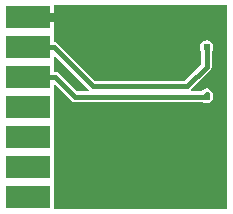
<source format=gbl>
G04 Layer_Physical_Order=2*
G04 Layer_Color=11436288*
%FSLAX25Y25*%
%MOIN*%
G70*
G01*
G75*
%ADD11R,0.15000X0.07600*%
%ADD15C,0.01500*%
%ADD16C,0.02400*%
G36*
X132692Y464284D02*
X132667Y464092D01*
X132518Y463784D01*
X128739D01*
X122762Y469762D01*
X122183Y470149D01*
X121500Y470284D01*
X121000D01*
Y473300D01*
X121000D01*
Y473700D01*
X121000D01*
Y475323D01*
X121462Y475515D01*
X132692Y464284D01*
D02*
G37*
G36*
X178929Y424571D02*
X121000D01*
Y433300D01*
X121000D01*
Y433700D01*
X121000D01*
Y443300D01*
X121000D01*
Y443700D01*
X121000D01*
Y453300D01*
X121000D01*
Y453700D01*
X121000D01*
Y463300D01*
X121000D01*
Y463700D01*
X121000D01*
Y465823D01*
X121462Y466015D01*
X126738Y460738D01*
X127317Y460352D01*
X128000Y460216D01*
X128000Y460216D01*
X170711D01*
X171142Y459928D01*
X172000Y459757D01*
X172858Y459928D01*
X173586Y460414D01*
X174072Y461142D01*
X174243Y462000D01*
X174072Y462858D01*
X173702Y463412D01*
X173649Y463683D01*
X173262Y464262D01*
X172683Y464648D01*
X172000Y464784D01*
X171317Y464648D01*
X170738Y464262D01*
X170261Y463784D01*
X166982D01*
X166833Y464092D01*
X166808Y464284D01*
X173262Y470738D01*
X173649Y471317D01*
X173784Y472000D01*
X173784Y472000D01*
Y477211D01*
X174072Y477642D01*
X174243Y478500D01*
X174072Y479358D01*
X173586Y480086D01*
X172858Y480572D01*
X172000Y480743D01*
X171142Y480572D01*
X170414Y480086D01*
X169928Y479358D01*
X169757Y478500D01*
X169928Y477642D01*
X170216Y477211D01*
Y472739D01*
X164761Y467284D01*
X134739D01*
X122262Y479762D01*
X121683Y480149D01*
X121000Y480284D01*
Y483300D01*
X121000D01*
Y483700D01*
X121000D01*
Y487000D01*
X112500D01*
Y490000D01*
X121000D01*
Y492429D01*
X178929D01*
Y424571D01*
D02*
G37*
%LPC*%
G36*
X151500Y473644D02*
X151414Y473586D01*
X151356Y473500D01*
X151500D01*
Y473644D01*
D02*
G37*
G36*
X154644Y470500D02*
X154500D01*
Y470356D01*
X154586Y470414D01*
X154644Y470500D01*
D02*
G37*
G36*
X151500D02*
X151356D01*
X151414Y470414D01*
X151500Y470356D01*
Y470500D01*
D02*
G37*
G36*
X146500Y486644D02*
X146414Y486586D01*
X146356Y486500D01*
X146500D01*
Y486644D01*
D02*
G37*
G36*
X149500D02*
Y486500D01*
X149644D01*
X149586Y486586D01*
X149500Y486644D01*
D02*
G37*
G36*
X149644Y483500D02*
X149500D01*
Y483356D01*
X149586Y483414D01*
X149644Y483500D01*
D02*
G37*
G36*
X154500Y473644D02*
Y473500D01*
X154644D01*
X154586Y473586D01*
X154500Y473644D01*
D02*
G37*
G36*
X146500Y483500D02*
X146356D01*
X146414Y483414D01*
X146500Y483356D01*
Y483500D01*
D02*
G37*
%LPD*%
D11*
X112500Y488500D02*
D03*
Y478500D02*
D03*
Y468500D02*
D03*
Y458500D02*
D03*
Y448500D02*
D03*
Y438500D02*
D03*
Y428500D02*
D03*
D15*
X172000Y472000D02*
Y478500D01*
X118500D02*
X121000D01*
X112500Y468500D02*
X121500D01*
X121000Y478500D02*
X134000Y465500D01*
X165500D01*
X172000Y472000D01*
X121500Y468500D02*
X128000Y462000D01*
X171000D01*
X172000Y463000D01*
D16*
X148000Y485000D02*
D03*
X153000Y472000D02*
D03*
X172000Y478500D02*
D03*
Y462000D02*
D03*
M02*

</source>
